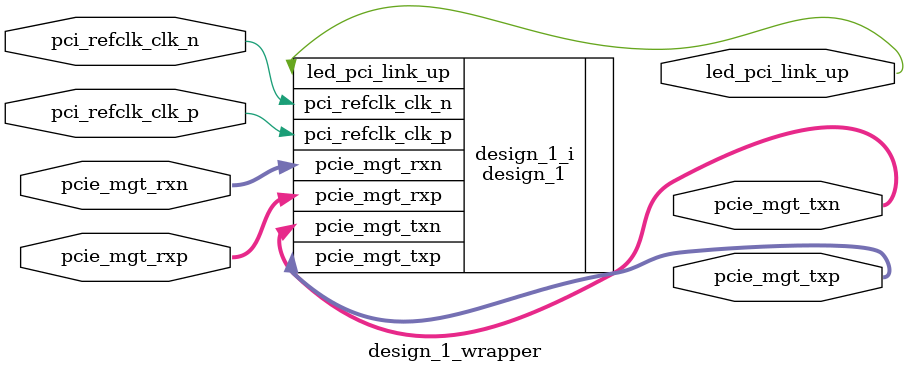
<source format=v>
`timescale 1 ps / 1 ps

module design_1_wrapper
   (led_pci_link_up,
    pci_refclk_clk_n,
    pci_refclk_clk_p,
    pcie_mgt_rxn,
    pcie_mgt_rxp,
    pcie_mgt_txn,
    pcie_mgt_txp);
  output led_pci_link_up;
  input [0:0]pci_refclk_clk_n;
  input [0:0]pci_refclk_clk_p;
  input [15:0]pcie_mgt_rxn;
  input [15:0]pcie_mgt_rxp;
  output [15:0]pcie_mgt_txn;
  output [15:0]pcie_mgt_txp;

  wire led_pci_link_up;
  wire [0:0]pci_refclk_clk_n;
  wire [0:0]pci_refclk_clk_p;
  wire [15:0]pcie_mgt_rxn;
  wire [15:0]pcie_mgt_rxp;
  wire [15:0]pcie_mgt_txn;
  wire [15:0]pcie_mgt_txp;

  design_1 design_1_i
       (.led_pci_link_up(led_pci_link_up),
        .pci_refclk_clk_n(pci_refclk_clk_n),
        .pci_refclk_clk_p(pci_refclk_clk_p),
        .pcie_mgt_rxn(pcie_mgt_rxn),
        .pcie_mgt_rxp(pcie_mgt_rxp),
        .pcie_mgt_txn(pcie_mgt_txn),
        .pcie_mgt_txp(pcie_mgt_txp));
endmodule

</source>
